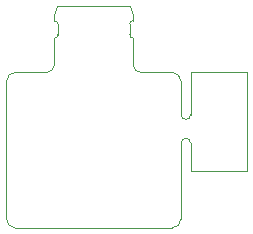
<source format=gm1>
G04 #@! TF.GenerationSoftware,KiCad,Pcbnew,8.0.1-8.0.1-0~ubuntu20.04.1*
G04 #@! TF.CreationDate,2024-06-12T16:16:25+01:00*
G04 #@! TF.ProjectId,smolpad,736d6f6c-7061-4642-9e6b-696361645f70,rev?*
G04 #@! TF.SameCoordinates,Original*
G04 #@! TF.FileFunction,Profile,NP*
%FSLAX46Y46*%
G04 Gerber Fmt 4.6, Leading zero omitted, Abs format (unit mm)*
G04 Created by KiCad (PCBNEW 8.0.1-8.0.1-0~ubuntu20.04.1) date 2024-06-12 16:16:25*
%MOMM*%
%LPD*%
G01*
G04 APERTURE LIST*
G04 #@! TA.AperFunction,Profile*
%ADD10C,0.050000*%
G04 #@! TD*
G04 APERTURE END LIST*
D10*
X47400000Y-39400000D02*
G75*
G02*
X48200000Y-39400000I400000J0D01*
G01*
X43345000Y-32800000D02*
X43345000Y-32225000D01*
X47400000Y-45800000D02*
G75*
G02*
X46600000Y-46600000I-800000J0D01*
G01*
X48200000Y-37000000D02*
X48200000Y-33400000D01*
X36655000Y-32800000D02*
G75*
G02*
X36055000Y-33400000I-600000J0D01*
G01*
X53000000Y-41800000D02*
X48200000Y-41800000D01*
X47400000Y-37000000D02*
X47400000Y-34200000D01*
X43945000Y-33400000D02*
G75*
G02*
X43345000Y-32800000I0J600000D01*
G01*
X32600000Y-34200000D02*
X32600000Y-45800000D01*
X48200000Y-37000000D02*
G75*
G02*
X47400000Y-37000000I-400000J0D01*
G01*
X48200000Y-41800000D02*
X48200000Y-39400000D01*
X36655000Y-32800000D02*
X36655000Y-32225000D01*
X32600000Y-34200000D02*
G75*
G02*
X33400000Y-33400000I800000J0D01*
G01*
X46599999Y-33400000D02*
G75*
G02*
X47400000Y-34200000I1J-800000D01*
G01*
X46599999Y-33400000D02*
X43945000Y-33400000D01*
X53000000Y-33400000D02*
X53000000Y-41800000D01*
X33400001Y-46600000D02*
G75*
G02*
X32600000Y-45800000I-1J800000D01*
G01*
X33400000Y-33400000D02*
X36055000Y-33400000D01*
X48200000Y-33400000D02*
X53000000Y-33400000D01*
X47400000Y-45800000D02*
X47400000Y-39400000D01*
X33400001Y-46600000D02*
X46600000Y-46600000D01*
X36655000Y-29025000D02*
X36655000Y-28575000D01*
X36655000Y-32225000D02*
X36655000Y-30525000D01*
X36905000Y-27775000D02*
X36655000Y-28575000D01*
X36905000Y-27775000D02*
X43095000Y-27775000D01*
X36955000Y-29325000D02*
X36955000Y-30225000D01*
X43045000Y-29325000D02*
X43045000Y-30225000D01*
X43345000Y-28575000D02*
X43095000Y-27775000D01*
X43345000Y-29025000D02*
X43345000Y-28575000D01*
X43345000Y-32225000D02*
X43345000Y-30525000D01*
X36655000Y-29025000D02*
G75*
G02*
X36955000Y-29325000I0J-300000D01*
G01*
X36955000Y-30225000D02*
G75*
G02*
X36655000Y-30525000I-300000J0D01*
G01*
X43045000Y-29325000D02*
G75*
G02*
X43345000Y-29025000I300000J0D01*
G01*
X43345000Y-30525000D02*
G75*
G02*
X43045000Y-30225000I0J300000D01*
G01*
M02*

</source>
